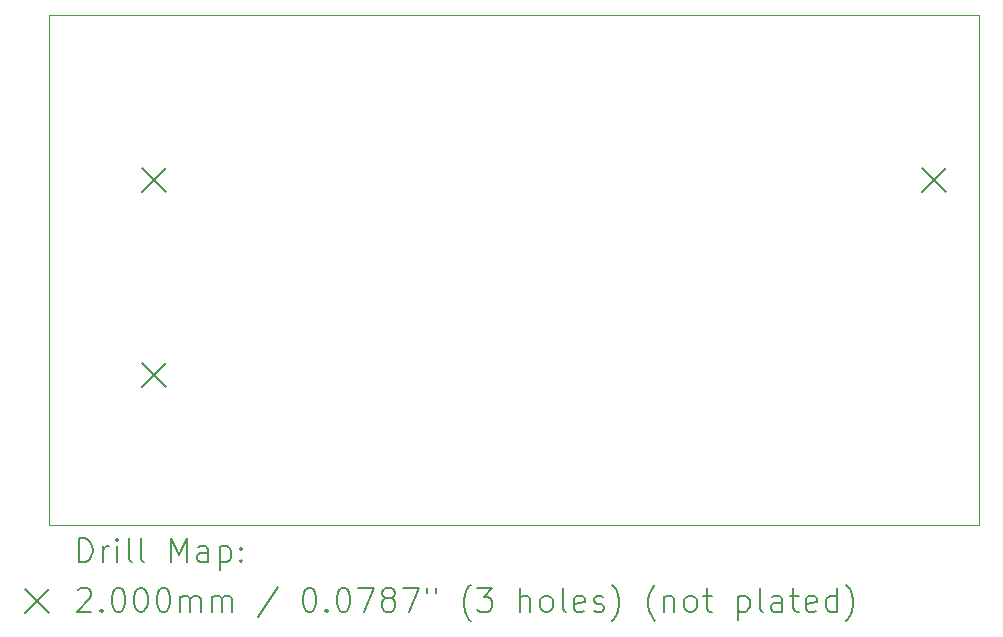
<source format=gbr>
%TF.GenerationSoftware,KiCad,Pcbnew,6.0.8-1.fc36*%
%TF.CreationDate,2022-11-05T02:53:20+01:00*%
%TF.ProjectId,recruiting,72656372-7569-4746-996e-672e6b696361,V0*%
%TF.SameCoordinates,Original*%
%TF.FileFunction,Drillmap*%
%TF.FilePolarity,Positive*%
%FSLAX45Y45*%
G04 Gerber Fmt 4.5, Leading zero omitted, Abs format (unit mm)*
G04 Created by KiCad (PCBNEW 6.0.8-1.fc36) date 2022-11-05 02:53:20*
%MOMM*%
%LPD*%
G01*
G04 APERTURE LIST*
%ADD10C,0.050000*%
%ADD11C,0.200000*%
G04 APERTURE END LIST*
D10*
X10052250Y-6477000D02*
X17926250Y-6477000D01*
X17926250Y-6477000D02*
X17926250Y-10795000D01*
X17926250Y-10795000D02*
X10052250Y-10795000D01*
X10052250Y-10795000D02*
X10052250Y-6477000D01*
D11*
X10841250Y-7774000D02*
X11041250Y-7974000D01*
X11041250Y-7774000D02*
X10841250Y-7974000D01*
X10841250Y-9425000D02*
X11041250Y-9625000D01*
X11041250Y-9425000D02*
X10841250Y-9625000D01*
X17445250Y-7774000D02*
X17645250Y-7974000D01*
X17645250Y-7774000D02*
X17445250Y-7974000D01*
X10307369Y-11107976D02*
X10307369Y-10907976D01*
X10354988Y-10907976D01*
X10383560Y-10917500D01*
X10402607Y-10936548D01*
X10412131Y-10955595D01*
X10421655Y-10993690D01*
X10421655Y-11022262D01*
X10412131Y-11060357D01*
X10402607Y-11079405D01*
X10383560Y-11098452D01*
X10354988Y-11107976D01*
X10307369Y-11107976D01*
X10507369Y-11107976D02*
X10507369Y-10974643D01*
X10507369Y-11012738D02*
X10516893Y-10993690D01*
X10526417Y-10984167D01*
X10545464Y-10974643D01*
X10564512Y-10974643D01*
X10631179Y-11107976D02*
X10631179Y-10974643D01*
X10631179Y-10907976D02*
X10621655Y-10917500D01*
X10631179Y-10927024D01*
X10640702Y-10917500D01*
X10631179Y-10907976D01*
X10631179Y-10927024D01*
X10754988Y-11107976D02*
X10735940Y-11098452D01*
X10726417Y-11079405D01*
X10726417Y-10907976D01*
X10859750Y-11107976D02*
X10840702Y-11098452D01*
X10831179Y-11079405D01*
X10831179Y-10907976D01*
X11088321Y-11107976D02*
X11088321Y-10907976D01*
X11154988Y-11050833D01*
X11221655Y-10907976D01*
X11221655Y-11107976D01*
X11402607Y-11107976D02*
X11402607Y-11003214D01*
X11393083Y-10984167D01*
X11374036Y-10974643D01*
X11335940Y-10974643D01*
X11316893Y-10984167D01*
X11402607Y-11098452D02*
X11383559Y-11107976D01*
X11335940Y-11107976D01*
X11316893Y-11098452D01*
X11307369Y-11079405D01*
X11307369Y-11060357D01*
X11316893Y-11041310D01*
X11335940Y-11031786D01*
X11383559Y-11031786D01*
X11402607Y-11022262D01*
X11497845Y-10974643D02*
X11497845Y-11174643D01*
X11497845Y-10984167D02*
X11516893Y-10974643D01*
X11554988Y-10974643D01*
X11574036Y-10984167D01*
X11583559Y-10993690D01*
X11593083Y-11012738D01*
X11593083Y-11069881D01*
X11583559Y-11088929D01*
X11574036Y-11098452D01*
X11554988Y-11107976D01*
X11516893Y-11107976D01*
X11497845Y-11098452D01*
X11678798Y-11088929D02*
X11688321Y-11098452D01*
X11678798Y-11107976D01*
X11669274Y-11098452D01*
X11678798Y-11088929D01*
X11678798Y-11107976D01*
X11678798Y-10984167D02*
X11688321Y-10993690D01*
X11678798Y-11003214D01*
X11669274Y-10993690D01*
X11678798Y-10984167D01*
X11678798Y-11003214D01*
X9849750Y-11337500D02*
X10049750Y-11537500D01*
X10049750Y-11337500D02*
X9849750Y-11537500D01*
X10297845Y-11347024D02*
X10307369Y-11337500D01*
X10326417Y-11327976D01*
X10374036Y-11327976D01*
X10393083Y-11337500D01*
X10402607Y-11347024D01*
X10412131Y-11366071D01*
X10412131Y-11385119D01*
X10402607Y-11413690D01*
X10288321Y-11527976D01*
X10412131Y-11527976D01*
X10497845Y-11508928D02*
X10507369Y-11518452D01*
X10497845Y-11527976D01*
X10488321Y-11518452D01*
X10497845Y-11508928D01*
X10497845Y-11527976D01*
X10631179Y-11327976D02*
X10650226Y-11327976D01*
X10669274Y-11337500D01*
X10678798Y-11347024D01*
X10688321Y-11366071D01*
X10697845Y-11404167D01*
X10697845Y-11451786D01*
X10688321Y-11489881D01*
X10678798Y-11508928D01*
X10669274Y-11518452D01*
X10650226Y-11527976D01*
X10631179Y-11527976D01*
X10612131Y-11518452D01*
X10602607Y-11508928D01*
X10593083Y-11489881D01*
X10583560Y-11451786D01*
X10583560Y-11404167D01*
X10593083Y-11366071D01*
X10602607Y-11347024D01*
X10612131Y-11337500D01*
X10631179Y-11327976D01*
X10821655Y-11327976D02*
X10840702Y-11327976D01*
X10859750Y-11337500D01*
X10869274Y-11347024D01*
X10878798Y-11366071D01*
X10888321Y-11404167D01*
X10888321Y-11451786D01*
X10878798Y-11489881D01*
X10869274Y-11508928D01*
X10859750Y-11518452D01*
X10840702Y-11527976D01*
X10821655Y-11527976D01*
X10802607Y-11518452D01*
X10793083Y-11508928D01*
X10783560Y-11489881D01*
X10774036Y-11451786D01*
X10774036Y-11404167D01*
X10783560Y-11366071D01*
X10793083Y-11347024D01*
X10802607Y-11337500D01*
X10821655Y-11327976D01*
X11012131Y-11327976D02*
X11031179Y-11327976D01*
X11050226Y-11337500D01*
X11059750Y-11347024D01*
X11069274Y-11366071D01*
X11078798Y-11404167D01*
X11078798Y-11451786D01*
X11069274Y-11489881D01*
X11059750Y-11508928D01*
X11050226Y-11518452D01*
X11031179Y-11527976D01*
X11012131Y-11527976D01*
X10993083Y-11518452D01*
X10983560Y-11508928D01*
X10974036Y-11489881D01*
X10964512Y-11451786D01*
X10964512Y-11404167D01*
X10974036Y-11366071D01*
X10983560Y-11347024D01*
X10993083Y-11337500D01*
X11012131Y-11327976D01*
X11164512Y-11527976D02*
X11164512Y-11394643D01*
X11164512Y-11413690D02*
X11174036Y-11404167D01*
X11193083Y-11394643D01*
X11221655Y-11394643D01*
X11240702Y-11404167D01*
X11250226Y-11423214D01*
X11250226Y-11527976D01*
X11250226Y-11423214D02*
X11259750Y-11404167D01*
X11278798Y-11394643D01*
X11307369Y-11394643D01*
X11326417Y-11404167D01*
X11335940Y-11423214D01*
X11335940Y-11527976D01*
X11431178Y-11527976D02*
X11431178Y-11394643D01*
X11431178Y-11413690D02*
X11440702Y-11404167D01*
X11459750Y-11394643D01*
X11488321Y-11394643D01*
X11507369Y-11404167D01*
X11516893Y-11423214D01*
X11516893Y-11527976D01*
X11516893Y-11423214D02*
X11526417Y-11404167D01*
X11545464Y-11394643D01*
X11574036Y-11394643D01*
X11593083Y-11404167D01*
X11602607Y-11423214D01*
X11602607Y-11527976D01*
X11993083Y-11318452D02*
X11821655Y-11575595D01*
X12250226Y-11327976D02*
X12269274Y-11327976D01*
X12288321Y-11337500D01*
X12297845Y-11347024D01*
X12307369Y-11366071D01*
X12316893Y-11404167D01*
X12316893Y-11451786D01*
X12307369Y-11489881D01*
X12297845Y-11508928D01*
X12288321Y-11518452D01*
X12269274Y-11527976D01*
X12250226Y-11527976D01*
X12231178Y-11518452D01*
X12221655Y-11508928D01*
X12212131Y-11489881D01*
X12202607Y-11451786D01*
X12202607Y-11404167D01*
X12212131Y-11366071D01*
X12221655Y-11347024D01*
X12231178Y-11337500D01*
X12250226Y-11327976D01*
X12402607Y-11508928D02*
X12412131Y-11518452D01*
X12402607Y-11527976D01*
X12393083Y-11518452D01*
X12402607Y-11508928D01*
X12402607Y-11527976D01*
X12535940Y-11327976D02*
X12554988Y-11327976D01*
X12574036Y-11337500D01*
X12583559Y-11347024D01*
X12593083Y-11366071D01*
X12602607Y-11404167D01*
X12602607Y-11451786D01*
X12593083Y-11489881D01*
X12583559Y-11508928D01*
X12574036Y-11518452D01*
X12554988Y-11527976D01*
X12535940Y-11527976D01*
X12516893Y-11518452D01*
X12507369Y-11508928D01*
X12497845Y-11489881D01*
X12488321Y-11451786D01*
X12488321Y-11404167D01*
X12497845Y-11366071D01*
X12507369Y-11347024D01*
X12516893Y-11337500D01*
X12535940Y-11327976D01*
X12669274Y-11327976D02*
X12802607Y-11327976D01*
X12716893Y-11527976D01*
X12907369Y-11413690D02*
X12888321Y-11404167D01*
X12878798Y-11394643D01*
X12869274Y-11375595D01*
X12869274Y-11366071D01*
X12878798Y-11347024D01*
X12888321Y-11337500D01*
X12907369Y-11327976D01*
X12945464Y-11327976D01*
X12964512Y-11337500D01*
X12974036Y-11347024D01*
X12983559Y-11366071D01*
X12983559Y-11375595D01*
X12974036Y-11394643D01*
X12964512Y-11404167D01*
X12945464Y-11413690D01*
X12907369Y-11413690D01*
X12888321Y-11423214D01*
X12878798Y-11432738D01*
X12869274Y-11451786D01*
X12869274Y-11489881D01*
X12878798Y-11508928D01*
X12888321Y-11518452D01*
X12907369Y-11527976D01*
X12945464Y-11527976D01*
X12964512Y-11518452D01*
X12974036Y-11508928D01*
X12983559Y-11489881D01*
X12983559Y-11451786D01*
X12974036Y-11432738D01*
X12964512Y-11423214D01*
X12945464Y-11413690D01*
X13050226Y-11327976D02*
X13183559Y-11327976D01*
X13097845Y-11527976D01*
X13250226Y-11327976D02*
X13250226Y-11366071D01*
X13326417Y-11327976D02*
X13326417Y-11366071D01*
X13621655Y-11604167D02*
X13612131Y-11594643D01*
X13593083Y-11566071D01*
X13583559Y-11547024D01*
X13574036Y-11518452D01*
X13564512Y-11470833D01*
X13564512Y-11432738D01*
X13574036Y-11385119D01*
X13583559Y-11356548D01*
X13593083Y-11337500D01*
X13612131Y-11308928D01*
X13621655Y-11299405D01*
X13678798Y-11327976D02*
X13802607Y-11327976D01*
X13735940Y-11404167D01*
X13764512Y-11404167D01*
X13783559Y-11413690D01*
X13793083Y-11423214D01*
X13802607Y-11442262D01*
X13802607Y-11489881D01*
X13793083Y-11508928D01*
X13783559Y-11518452D01*
X13764512Y-11527976D01*
X13707369Y-11527976D01*
X13688321Y-11518452D01*
X13678798Y-11508928D01*
X14040702Y-11527976D02*
X14040702Y-11327976D01*
X14126417Y-11527976D02*
X14126417Y-11423214D01*
X14116893Y-11404167D01*
X14097845Y-11394643D01*
X14069274Y-11394643D01*
X14050226Y-11404167D01*
X14040702Y-11413690D01*
X14250226Y-11527976D02*
X14231178Y-11518452D01*
X14221655Y-11508928D01*
X14212131Y-11489881D01*
X14212131Y-11432738D01*
X14221655Y-11413690D01*
X14231178Y-11404167D01*
X14250226Y-11394643D01*
X14278798Y-11394643D01*
X14297845Y-11404167D01*
X14307369Y-11413690D01*
X14316893Y-11432738D01*
X14316893Y-11489881D01*
X14307369Y-11508928D01*
X14297845Y-11518452D01*
X14278798Y-11527976D01*
X14250226Y-11527976D01*
X14431178Y-11527976D02*
X14412131Y-11518452D01*
X14402607Y-11499405D01*
X14402607Y-11327976D01*
X14583559Y-11518452D02*
X14564512Y-11527976D01*
X14526417Y-11527976D01*
X14507369Y-11518452D01*
X14497845Y-11499405D01*
X14497845Y-11423214D01*
X14507369Y-11404167D01*
X14526417Y-11394643D01*
X14564512Y-11394643D01*
X14583559Y-11404167D01*
X14593083Y-11423214D01*
X14593083Y-11442262D01*
X14497845Y-11461309D01*
X14669274Y-11518452D02*
X14688321Y-11527976D01*
X14726417Y-11527976D01*
X14745464Y-11518452D01*
X14754988Y-11499405D01*
X14754988Y-11489881D01*
X14745464Y-11470833D01*
X14726417Y-11461309D01*
X14697845Y-11461309D01*
X14678798Y-11451786D01*
X14669274Y-11432738D01*
X14669274Y-11423214D01*
X14678798Y-11404167D01*
X14697845Y-11394643D01*
X14726417Y-11394643D01*
X14745464Y-11404167D01*
X14821655Y-11604167D02*
X14831178Y-11594643D01*
X14850226Y-11566071D01*
X14859750Y-11547024D01*
X14869274Y-11518452D01*
X14878798Y-11470833D01*
X14878798Y-11432738D01*
X14869274Y-11385119D01*
X14859750Y-11356548D01*
X14850226Y-11337500D01*
X14831178Y-11308928D01*
X14821655Y-11299405D01*
X15183559Y-11604167D02*
X15174036Y-11594643D01*
X15154988Y-11566071D01*
X15145464Y-11547024D01*
X15135940Y-11518452D01*
X15126417Y-11470833D01*
X15126417Y-11432738D01*
X15135940Y-11385119D01*
X15145464Y-11356548D01*
X15154988Y-11337500D01*
X15174036Y-11308928D01*
X15183559Y-11299405D01*
X15259750Y-11394643D02*
X15259750Y-11527976D01*
X15259750Y-11413690D02*
X15269274Y-11404167D01*
X15288321Y-11394643D01*
X15316893Y-11394643D01*
X15335940Y-11404167D01*
X15345464Y-11423214D01*
X15345464Y-11527976D01*
X15469274Y-11527976D02*
X15450226Y-11518452D01*
X15440702Y-11508928D01*
X15431178Y-11489881D01*
X15431178Y-11432738D01*
X15440702Y-11413690D01*
X15450226Y-11404167D01*
X15469274Y-11394643D01*
X15497845Y-11394643D01*
X15516893Y-11404167D01*
X15526417Y-11413690D01*
X15535940Y-11432738D01*
X15535940Y-11489881D01*
X15526417Y-11508928D01*
X15516893Y-11518452D01*
X15497845Y-11527976D01*
X15469274Y-11527976D01*
X15593083Y-11394643D02*
X15669274Y-11394643D01*
X15621655Y-11327976D02*
X15621655Y-11499405D01*
X15631178Y-11518452D01*
X15650226Y-11527976D01*
X15669274Y-11527976D01*
X15888321Y-11394643D02*
X15888321Y-11594643D01*
X15888321Y-11404167D02*
X15907369Y-11394643D01*
X15945464Y-11394643D01*
X15964512Y-11404167D01*
X15974036Y-11413690D01*
X15983559Y-11432738D01*
X15983559Y-11489881D01*
X15974036Y-11508928D01*
X15964512Y-11518452D01*
X15945464Y-11527976D01*
X15907369Y-11527976D01*
X15888321Y-11518452D01*
X16097845Y-11527976D02*
X16078798Y-11518452D01*
X16069274Y-11499405D01*
X16069274Y-11327976D01*
X16259750Y-11527976D02*
X16259750Y-11423214D01*
X16250226Y-11404167D01*
X16231178Y-11394643D01*
X16193083Y-11394643D01*
X16174036Y-11404167D01*
X16259750Y-11518452D02*
X16240702Y-11527976D01*
X16193083Y-11527976D01*
X16174036Y-11518452D01*
X16164512Y-11499405D01*
X16164512Y-11480357D01*
X16174036Y-11461309D01*
X16193083Y-11451786D01*
X16240702Y-11451786D01*
X16259750Y-11442262D01*
X16326417Y-11394643D02*
X16402607Y-11394643D01*
X16354988Y-11327976D02*
X16354988Y-11499405D01*
X16364512Y-11518452D01*
X16383559Y-11527976D01*
X16402607Y-11527976D01*
X16545464Y-11518452D02*
X16526417Y-11527976D01*
X16488321Y-11527976D01*
X16469274Y-11518452D01*
X16459750Y-11499405D01*
X16459750Y-11423214D01*
X16469274Y-11404167D01*
X16488321Y-11394643D01*
X16526417Y-11394643D01*
X16545464Y-11404167D01*
X16554988Y-11423214D01*
X16554988Y-11442262D01*
X16459750Y-11461309D01*
X16726417Y-11527976D02*
X16726417Y-11327976D01*
X16726417Y-11518452D02*
X16707369Y-11527976D01*
X16669274Y-11527976D01*
X16650226Y-11518452D01*
X16640702Y-11508928D01*
X16631178Y-11489881D01*
X16631178Y-11432738D01*
X16640702Y-11413690D01*
X16650226Y-11404167D01*
X16669274Y-11394643D01*
X16707369Y-11394643D01*
X16726417Y-11404167D01*
X16802607Y-11604167D02*
X16812131Y-11594643D01*
X16831179Y-11566071D01*
X16840702Y-11547024D01*
X16850226Y-11518452D01*
X16859750Y-11470833D01*
X16859750Y-11432738D01*
X16850226Y-11385119D01*
X16840702Y-11356548D01*
X16831179Y-11337500D01*
X16812131Y-11308928D01*
X16802607Y-11299405D01*
M02*

</source>
